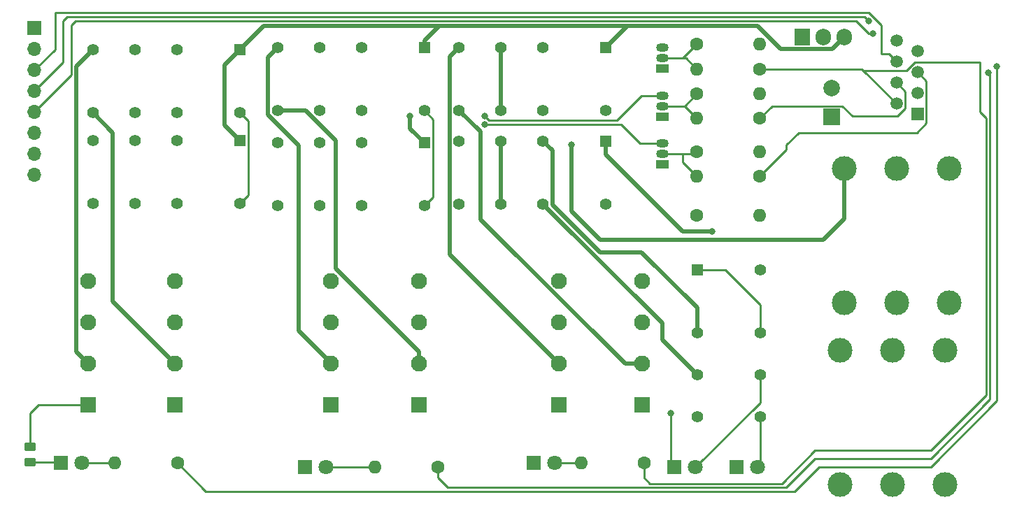
<source format=gbr>
%TF.GenerationSoftware,KiCad,Pcbnew,7.0.9*%
%TF.CreationDate,2024-06-30T00:15:25-04:00*%
%TF.ProjectId,Loop Board 3 Jackless Input,4c6f6f70-2042-46f6-9172-642033204a61,rev?*%
%TF.SameCoordinates,Original*%
%TF.FileFunction,Copper,L1,Top*%
%TF.FilePolarity,Positive*%
%FSLAX46Y46*%
G04 Gerber Fmt 4.6, Leading zero omitted, Abs format (unit mm)*
G04 Created by KiCad (PCBNEW 7.0.9) date 2024-06-30 00:15:25*
%MOMM*%
%LPD*%
G01*
G04 APERTURE LIST*
G04 Aperture macros list*
%AMRoundRect*
0 Rectangle with rounded corners*
0 $1 Rounding radius*
0 $2 $3 $4 $5 $6 $7 $8 $9 X,Y pos of 4 corners*
0 Add a 4 corners polygon primitive as box body*
4,1,4,$2,$3,$4,$5,$6,$7,$8,$9,$2,$3,0*
0 Add four circle primitives for the rounded corners*
1,1,$1+$1,$2,$3*
1,1,$1+$1,$4,$5*
1,1,$1+$1,$6,$7*
1,1,$1+$1,$8,$9*
0 Add four rect primitives between the rounded corners*
20,1,$1+$1,$2,$3,$4,$5,0*
20,1,$1+$1,$4,$5,$6,$7,0*
20,1,$1+$1,$6,$7,$8,$9,0*
20,1,$1+$1,$8,$9,$2,$3,0*%
G04 Aperture macros list end*
%TA.AperFunction,ComponentPad*%
%ADD10R,1.400000X1.400000*%
%TD*%
%TA.AperFunction,ComponentPad*%
%ADD11C,1.400000*%
%TD*%
%TA.AperFunction,ComponentPad*%
%ADD12R,1.700000X1.700000*%
%TD*%
%TA.AperFunction,ComponentPad*%
%ADD13O,1.700000X1.700000*%
%TD*%
%TA.AperFunction,ComponentPad*%
%ADD14R,1.500000X1.050000*%
%TD*%
%TA.AperFunction,ComponentPad*%
%ADD15O,1.500000X1.050000*%
%TD*%
%TA.AperFunction,ComponentPad*%
%ADD16R,1.950000X1.950000*%
%TD*%
%TA.AperFunction,ComponentPad*%
%ADD17C,1.950000*%
%TD*%
%TA.AperFunction,ComponentPad*%
%ADD18R,1.500000X1.500000*%
%TD*%
%TA.AperFunction,ComponentPad*%
%ADD19C,1.500000*%
%TD*%
%TA.AperFunction,ComponentPad*%
%ADD20R,1.800000X1.800000*%
%TD*%
%TA.AperFunction,ComponentPad*%
%ADD21C,1.800000*%
%TD*%
%TA.AperFunction,ComponentPad*%
%ADD22C,1.600000*%
%TD*%
%TA.AperFunction,ComponentPad*%
%ADD23O,1.600000X1.600000*%
%TD*%
%TA.AperFunction,ComponentPad*%
%ADD24C,3.000000*%
%TD*%
%TA.AperFunction,ComponentPad*%
%ADD25R,1.905000X2.000000*%
%TD*%
%TA.AperFunction,ComponentPad*%
%ADD26O,1.905000X2.000000*%
%TD*%
%TA.AperFunction,SMDPad,CuDef*%
%ADD27RoundRect,0.250000X0.450000X-0.262500X0.450000X0.262500X-0.450000X0.262500X-0.450000X-0.262500X0*%
%TD*%
%TA.AperFunction,ComponentPad*%
%ADD28R,2.000000X2.000000*%
%TD*%
%TA.AperFunction,ComponentPad*%
%ADD29C,2.000000*%
%TD*%
%TA.AperFunction,ViaPad*%
%ADD30C,0.800000*%
%TD*%
%TA.AperFunction,Conductor*%
%ADD31C,0.500000*%
%TD*%
%TA.AperFunction,Conductor*%
%ADD32C,0.250000*%
%TD*%
G04 APERTURE END LIST*
D10*
%TO.P,Right3,1*%
%TO.N,/5V*%
X148380000Y-42975000D03*
D11*
%TO.P,Right3,4*%
%TO.N,/R_out*%
X140760000Y-42975000D03*
%TO.P,Right3,6*%
%TO.N,Net-(Right3-Pad11)*%
X135680000Y-42975000D03*
%TO.P,Right3,8*%
%TO.N,/R_Return3*%
X130600000Y-42975000D03*
%TO.P,Right3,9*%
%TO.N,/R_send3*%
X130600000Y-50595000D03*
%TO.P,Right3,11*%
%TO.N,Net-(Right3-Pad11)*%
X135680000Y-50595000D03*
%TO.P,Right3,13*%
%TO.N,Net-(Right2-Pad4)*%
X140760000Y-50595000D03*
%TO.P,Right3,16*%
%TO.N,Net-(QL3-D)*%
X148380000Y-50595000D03*
%TD*%
D12*
%TO.P,J2,1,Pin_1*%
%TO.N,/9V*%
X123500000Y-40340000D03*
D13*
%TO.P,J2,2,Pin_2*%
%TO.N,/Ctrl_GND*%
X123500000Y-42880000D03*
%TO.P,J2,3,Pin_3*%
%TO.N,/Control4*%
X123500000Y-45420000D03*
%TO.P,J2,4,Pin_4*%
%TO.N,/Control5*%
X123500000Y-47960000D03*
%TO.P,J2,5,Pin_5*%
%TO.N,/Control6*%
X123500000Y-50500000D03*
%TO.P,J2,6,Pin_6*%
%TO.N,/R_out*%
X123500000Y-53040000D03*
%TO.P,J2,7,Pin_7*%
%TO.N,/L_out*%
X123500000Y-55580000D03*
%TO.P,J2,8,Pin_8*%
%TO.N,/Signal_Gnd*%
X123500000Y-58120000D03*
%TD*%
D14*
%TO.P,QL3,1,S*%
%TO.N,/Ctrl_GND*%
X199500000Y-56835000D03*
D15*
%TO.P,QL3,2,G*%
%TO.N,Net-(QL3-G)*%
X199500000Y-55565000D03*
%TO.P,QL3,3,D*%
%TO.N,Net-(QL3-D)*%
X199500000Y-54295000D03*
%TD*%
D16*
%TO.P,Return2,1,Pin_1*%
%TO.N,/Signal_Gnd*%
X159400000Y-86000000D03*
D17*
%TO.P,Return2,2,Pin_2*%
%TO.N,/R_Return2*%
X159400000Y-81000000D03*
%TO.P,Return2,3,Pin_3*%
%TO.N,/Signal_Gnd*%
X159400000Y-76000000D03*
%TO.P,Return2,4,Pin_4*%
%TO.N,/L_Return2*%
X159400000Y-71000000D03*
%TD*%
D18*
%TO.P,J1,1*%
%TO.N,/9V*%
X230400000Y-50782500D03*
D19*
%TO.P,J1,2*%
%TO.N,/Control1*%
X227860000Y-49512500D03*
%TO.P,J1,3*%
%TO.N,/Ctrl_GND*%
X230400000Y-48242500D03*
%TO.P,J1,4*%
%TO.N,/Control2*%
X227860000Y-46972500D03*
%TO.P,J1,5*%
%TO.N,/Control3*%
X230400000Y-45702500D03*
%TO.P,J1,6*%
%TO.N,/Control4*%
X227860000Y-44432500D03*
%TO.P,J1,7*%
%TO.N,/Control5*%
X230400000Y-43162500D03*
%TO.P,J1,8*%
%TO.N,/Control6*%
X227860000Y-41892500D03*
%TD*%
D20*
%TO.P,D2,1,K*%
%TO.N,/Ctrl_GND*%
X156225000Y-93500000D03*
D21*
%TO.P,D2,2,A*%
%TO.N,Net-(D2-A)*%
X158765000Y-93500000D03*
%TD*%
D22*
%TO.P,LeftPD2,1*%
%TO.N,Net-(QL2-G)*%
X203690000Y-48295000D03*
D23*
%TO.P,LeftPD2,2*%
%TO.N,/Ctrl_GND*%
X211310000Y-48295000D03*
%TD*%
D16*
%TO.P,Send3,1,Pin_1*%
%TO.N,/Signal_Gnd*%
X140537500Y-86000000D03*
D17*
%TO.P,Send3,2,Pin_2*%
%TO.N,/R_send3*%
X140537500Y-81000000D03*
%TO.P,Send3,3,Pin_3*%
%TO.N,/Signal_Gnd*%
X140537500Y-76000000D03*
%TO.P,Send3,4,Pin_4*%
%TO.N,/L_Send3*%
X140537500Y-71000000D03*
%TD*%
D24*
%TO.P,R1,R*%
%TO.N,unconnected-(R1-PadR)*%
X227915000Y-57385000D03*
%TO.P,R1,RN*%
%TO.N,unconnected-(R1-PadRN)*%
X227915000Y-73615000D03*
%TO.P,R1,S*%
%TO.N,/Signal_Gnd*%
X234265000Y-57385000D03*
%TO.P,R1,SN*%
%TO.N,unconnected-(R1-PadSN)*%
X234265000Y-73615000D03*
%TO.P,R1,T*%
%TO.N,/R_in*%
X221565000Y-57385000D03*
%TO.P,R1,TN*%
%TO.N,Net-(L/Mono1-PadR)*%
X221565000Y-73615000D03*
%TD*%
D10*
%TO.P,Left/Mono3,1*%
%TO.N,/5V*%
X148380000Y-53975000D03*
D11*
%TO.P,Left/Mono3,4*%
%TO.N,/L_out*%
X140760000Y-53975000D03*
%TO.P,Left/Mono3,6*%
%TO.N,Net-(Left/Mono3-Pad11)*%
X135680000Y-53975000D03*
%TO.P,Left/Mono3,8*%
%TO.N,/L_Return3*%
X130600000Y-53975000D03*
%TO.P,Left/Mono3,9*%
%TO.N,/L_Send3*%
X130600000Y-61595000D03*
%TO.P,Left/Mono3,11*%
%TO.N,Net-(Left/Mono3-Pad11)*%
X135680000Y-61595000D03*
%TO.P,Left/Mono3,13*%
%TO.N,Net-(Left/Mono2-Pad4)*%
X140760000Y-61595000D03*
%TO.P,Left/Mono3,16*%
%TO.N,Net-(QL3-D)*%
X148380000Y-61595000D03*
%TD*%
D25*
%TO.P,U1,1,IN*%
%TO.N,/9V*%
X216460000Y-41445000D03*
D26*
%TO.P,U1,2,GND*%
%TO.N,/Ctrl_GND*%
X219000000Y-41445000D03*
%TO.P,U1,3,OUT*%
%TO.N,/5V*%
X221540000Y-41445000D03*
%TD*%
D22*
%TO.P,LeftPD3,1*%
%TO.N,Net-(QL3-G)*%
X203690000Y-55295000D03*
D23*
%TO.P,LeftPD3,2*%
%TO.N,/Ctrl_GND*%
X211310000Y-55295000D03*
%TD*%
D22*
%TO.P,RLed1,1*%
%TO.N,/Control1*%
X197310000Y-93000000D03*
D23*
%TO.P,RLed1,2*%
%TO.N,Net-(D1-A)*%
X189690000Y-93000000D03*
%TD*%
D20*
%TO.P,D4,1,K*%
%TO.N,Net-(D4-K)*%
X201000000Y-93500000D03*
D21*
%TO.P,D4,2,A*%
%TO.N,Net-(D4-A)*%
X203540000Y-93500000D03*
%TD*%
D14*
%TO.P,QL2,1,S*%
%TO.N,/Ctrl_GND*%
X199500000Y-51045000D03*
D15*
%TO.P,QL2,2,G*%
%TO.N,Net-(QL2-G)*%
X199500000Y-49775000D03*
%TO.P,QL2,3,D*%
%TO.N,Net-(QL2-D)*%
X199500000Y-48505000D03*
%TD*%
D22*
%TO.P,LGate3,1*%
%TO.N,/Control3*%
X211310000Y-58295000D03*
D23*
%TO.P,LGate3,2*%
%TO.N,Net-(QL3-G)*%
X203690000Y-58295000D03*
%TD*%
D16*
%TO.P,Send2,1,Pin_1*%
%TO.N,/Signal_Gnd*%
X170037500Y-86000000D03*
D17*
%TO.P,Send2,2,Pin_2*%
%TO.N,/R_send2*%
X170037500Y-81000000D03*
%TO.P,Send2,3,Pin_3*%
%TO.N,/Signal_Gnd*%
X170037500Y-76000000D03*
%TO.P,Send2,4,Pin_4*%
%TO.N,/L_Send2*%
X170037500Y-71000000D03*
%TD*%
D10*
%TO.P,Left/Mono1,1*%
%TO.N,/5V*%
X192700000Y-54032500D03*
D11*
%TO.P,Left/Mono1,4*%
%TO.N,Net-(InputRelay1-Pad4)*%
X185080000Y-54032500D03*
%TO.P,Left/Mono1,6*%
%TO.N,Net-(Left/Mono1-Pad11)*%
X180000000Y-54032500D03*
%TO.P,Left/Mono1,8*%
%TO.N,/L_Return1*%
X174920000Y-54032500D03*
%TO.P,Left/Mono1,9*%
%TO.N,/L_Send1*%
X174920000Y-61652500D03*
%TO.P,Left/Mono1,11*%
%TO.N,Net-(Left/Mono1-Pad11)*%
X180000000Y-61652500D03*
%TO.P,Left/Mono1,13*%
%TO.N,/L_in*%
X185080000Y-61652500D03*
%TO.P,Left/Mono1,16*%
%TO.N,Net-(QL1-D)*%
X192700000Y-61652500D03*
%TD*%
D14*
%TO.P,QL1,1,S*%
%TO.N,/Ctrl_GND*%
X199500000Y-45255000D03*
D15*
%TO.P,QL1,2,G*%
%TO.N,Net-(QL1-G)*%
X199500000Y-43985000D03*
%TO.P,QL1,3,D*%
%TO.N,Net-(QL1-D)*%
X199500000Y-42715000D03*
%TD*%
D24*
%TO.P,L/Mono1,R*%
%TO.N,Net-(L/Mono1-PadR)*%
X227415000Y-79385000D03*
%TO.P,L/Mono1,RN*%
%TO.N,Net-(L/Mono1-PadRN)*%
X227415000Y-95615000D03*
%TO.P,L/Mono1,S*%
%TO.N,/Signal_Gnd*%
X233765000Y-79385000D03*
%TO.P,L/Mono1,SN*%
%TO.N,Net-(L/Mono1-PadRN)*%
X233765000Y-95615000D03*
%TO.P,L/Mono1,T*%
%TO.N,/L_in*%
X221065000Y-79385000D03*
%TO.P,L/Mono1,TN*%
%TO.N,Net-(L/Mono1-PadRN)*%
X221065000Y-95615000D03*
%TD*%
D10*
%TO.P,Right1,1*%
%TO.N,/5V*%
X192700000Y-42675000D03*
D11*
%TO.P,Right1,4*%
%TO.N,Net-(Right1-Pad4)*%
X185080000Y-42675000D03*
%TO.P,Right1,6*%
%TO.N,Net-(Right1-Pad11)*%
X180000000Y-42675000D03*
%TO.P,Right1,8*%
%TO.N,/R_Return1*%
X174920000Y-42675000D03*
%TO.P,Right1,9*%
%TO.N,/R_send1*%
X174920000Y-50295000D03*
%TO.P,Right1,11*%
%TO.N,Net-(Right1-Pad11)*%
X180000000Y-50295000D03*
%TO.P,Right1,13*%
%TO.N,/R_in*%
X185080000Y-50295000D03*
%TO.P,Right1,16*%
%TO.N,Net-(QL1-D)*%
X192700000Y-50295000D03*
%TD*%
D27*
%TO.P,G_link1,1*%
%TO.N,/Ctrl_GND*%
X123000000Y-92912500D03*
%TO.P,G_link1,2*%
%TO.N,/Signal_Gnd*%
X123000000Y-91087500D03*
%TD*%
D16*
%TO.P,Return3,1,Pin_1*%
%TO.N,/Signal_Gnd*%
X130037500Y-86000000D03*
D17*
%TO.P,Return3,2,Pin_2*%
%TO.N,/R_Return3*%
X130037500Y-81000000D03*
%TO.P,Return3,3,Pin_3*%
%TO.N,/Signal_Gnd*%
X130037500Y-76000000D03*
%TO.P,Return3,4,Pin_4*%
%TO.N,/L_Return3*%
X130037500Y-71000000D03*
%TD*%
D10*
%TO.P,InputRelay1,1*%
%TO.N,/5V*%
X203737500Y-69642500D03*
D11*
%TO.P,InputRelay1,4*%
%TO.N,Net-(InputRelay1-Pad4)*%
X203737500Y-77262500D03*
%TO.P,InputRelay1,6*%
%TO.N,/L_in*%
X203737500Y-82342500D03*
%TO.P,InputRelay1,8*%
%TO.N,/R_in*%
X203737500Y-87422500D03*
%TO.P,InputRelay1,9*%
%TO.N,Net-(D5-A)*%
X211357500Y-87422500D03*
%TO.P,InputRelay1,11*%
%TO.N,Net-(D4-A)*%
X211357500Y-82342500D03*
%TO.P,InputRelay1,13*%
%TO.N,/5V*%
X211357500Y-77262500D03*
%TO.P,InputRelay1,16*%
%TO.N,Net-(QL1-D)*%
X211357500Y-69642500D03*
%TD*%
D22*
%TO.P,LGate2,1*%
%TO.N,/Control2*%
X211310000Y-51295000D03*
D23*
%TO.P,LGate2,2*%
%TO.N,Net-(QL2-G)*%
X203690000Y-51295000D03*
%TD*%
D22*
%TO.P,LGate1,1*%
%TO.N,/Control1*%
X211310000Y-45295000D03*
D23*
%TO.P,LGate1,2*%
%TO.N,Net-(QL1-G)*%
X203690000Y-45295000D03*
%TD*%
D20*
%TO.P,D3,1,K*%
%TO.N,/Ctrl_GND*%
X126725000Y-93000000D03*
D21*
%TO.P,D3,2,A*%
%TO.N,Net-(D3-A)*%
X129265000Y-93000000D03*
%TD*%
D16*
%TO.P,Return1,1,Pin_1*%
%TO.N,/Signal_Gnd*%
X187037500Y-86000000D03*
D17*
%TO.P,Return1,2,Pin_2*%
%TO.N,/R_Return1*%
X187037500Y-81000000D03*
%TO.P,Return1,3,Pin_3*%
%TO.N,/Signal_Gnd*%
X187037500Y-76000000D03*
%TO.P,Return1,4,Pin_4*%
%TO.N,/L_Return1*%
X187037500Y-71000000D03*
%TD*%
D16*
%TO.P,Send1,1,Pin_1*%
%TO.N,/Signal_Gnd*%
X197037500Y-86000000D03*
D17*
%TO.P,Send1,2,Pin_2*%
%TO.N,/R_send1*%
X197037500Y-81000000D03*
%TO.P,Send1,3,Pin_3*%
%TO.N,/Signal_Gnd*%
X197037500Y-76000000D03*
%TO.P,Send1,4,Pin_4*%
%TO.N,/L_Send1*%
X197037500Y-71000000D03*
%TD*%
D20*
%TO.P,D1,1,K*%
%TO.N,/Ctrl_GND*%
X183960000Y-93000000D03*
D21*
%TO.P,D1,2,A*%
%TO.N,Net-(D1-A)*%
X186500000Y-93000000D03*
%TD*%
D28*
%TO.P,C1,1*%
%TO.N,/9V*%
X220000000Y-51117677D03*
D29*
%TO.P,C1,2*%
%TO.N,/Ctrl_GND*%
X220000000Y-47617677D03*
%TD*%
D22*
%TO.P,LeftPD1,1*%
%TO.N,Net-(QL1-G)*%
X203690000Y-42295000D03*
D23*
%TO.P,LeftPD1,2*%
%TO.N,/Ctrl_GND*%
X211310000Y-42295000D03*
%TD*%
D10*
%TO.P,Left/Mono2,1*%
%TO.N,/5V*%
X170737500Y-54237500D03*
D11*
%TO.P,Left/Mono2,4*%
%TO.N,Net-(Left/Mono2-Pad4)*%
X163117500Y-54237500D03*
%TO.P,Left/Mono2,6*%
%TO.N,Net-(Left/Mono2-Pad11)*%
X158037500Y-54237500D03*
%TO.P,Left/Mono2,8*%
%TO.N,/L_Return2*%
X152957500Y-54237500D03*
%TO.P,Left/Mono2,9*%
%TO.N,/L_Send2*%
X152957500Y-61857500D03*
%TO.P,Left/Mono2,11*%
%TO.N,Net-(Left/Mono2-Pad11)*%
X158037500Y-61857500D03*
%TO.P,Left/Mono2,13*%
%TO.N,Net-(InputRelay1-Pad4)*%
X163117500Y-61857500D03*
%TO.P,Left/Mono2,16*%
%TO.N,Net-(QL2-D)*%
X170737500Y-61857500D03*
%TD*%
D20*
%TO.P,D5,1,K*%
%TO.N,Net-(D4-K)*%
X208500000Y-93500000D03*
D21*
%TO.P,D5,2,A*%
%TO.N,Net-(D5-A)*%
X211040000Y-93500000D03*
%TD*%
D10*
%TO.P,Right2,1*%
%TO.N,/5V*%
X170737500Y-42737500D03*
D11*
%TO.P,Right2,4*%
%TO.N,Net-(Right2-Pad4)*%
X163117500Y-42737500D03*
%TO.P,Right2,6*%
%TO.N,Net-(Right2-Pad11)*%
X158037500Y-42737500D03*
%TO.P,Right2,8*%
%TO.N,/R_Return2*%
X152957500Y-42737500D03*
%TO.P,Right2,9*%
%TO.N,/R_send2*%
X152957500Y-50357500D03*
%TO.P,Right2,11*%
%TO.N,Net-(Right2-Pad11)*%
X158037500Y-50357500D03*
%TO.P,Right2,13*%
%TO.N,Net-(Right1-Pad4)*%
X163117500Y-50357500D03*
%TO.P,Right2,16*%
%TO.N,Net-(QL2-D)*%
X170737500Y-50357500D03*
%TD*%
D22*
%TO.P,RLed3,1*%
%TO.N,/Control3*%
X140810000Y-93000000D03*
D23*
%TO.P,RLed3,2*%
%TO.N,Net-(D3-A)*%
X133190000Y-93000000D03*
%TD*%
D22*
%TO.P,RLed4,1*%
%TO.N,Net-(D4-K)*%
X203690000Y-63000000D03*
D23*
%TO.P,RLed4,2*%
%TO.N,/Ctrl_GND*%
X211310000Y-63000000D03*
%TD*%
D22*
%TO.P,RLed2,1*%
%TO.N,/Control2*%
X172310000Y-93500000D03*
D23*
%TO.P,RLed2,2*%
%TO.N,Net-(D2-A)*%
X164690000Y-93500000D03*
%TD*%
D30*
%TO.N,/R_in*%
X188500000Y-54500000D03*
%TO.N,Net-(D4-K)*%
X200500000Y-87000000D03*
%TO.N,/5V*%
X169000000Y-51000000D03*
X205500000Y-65000000D03*
%TO.N,/Control2*%
X239000000Y-45724500D03*
%TO.N,/Control3*%
X240000000Y-45000000D03*
%TO.N,/Control5*%
X224487701Y-39512299D03*
%TO.N,/Control6*%
X225000000Y-41000000D03*
%TO.N,Net-(QL2-D)*%
X178000000Y-51000000D03*
%TO.N,Net-(QL3-D)*%
X177987701Y-52012299D03*
%TD*%
D31*
%TO.N,/R_Return2*%
X151807500Y-50833846D02*
X151807500Y-43887500D01*
X151807500Y-43887500D02*
X152957500Y-42737500D01*
X155500000Y-77000000D02*
X155500000Y-54526346D01*
X159500000Y-81000000D02*
X155500000Y-77000000D01*
X155500000Y-54526346D02*
X151807500Y-50833846D01*
D32*
%TO.N,Net-(D2-A)*%
X164690000Y-93500000D02*
X158765000Y-93500000D01*
%TO.N,/Ctrl_GND*%
X126637500Y-92912500D02*
X126725000Y-93000000D01*
X123000000Y-92912500D02*
X126637500Y-92912500D01*
%TO.N,Net-(D1-A)*%
X189690000Y-93000000D02*
X186500000Y-93000000D01*
D31*
%TO.N,/R_in*%
X191500000Y-65500000D02*
X188500000Y-62500000D01*
X192000000Y-66000000D02*
X191500000Y-65500000D01*
X214000000Y-66000000D02*
X192000000Y-66000000D01*
X221565000Y-57385000D02*
X221565000Y-63435000D01*
X188500000Y-62500000D02*
X188500000Y-54500000D01*
X219000000Y-66000000D02*
X214000000Y-66000000D01*
X221565000Y-63435000D02*
X220500000Y-64500000D01*
X220500000Y-64500000D02*
X219000000Y-66000000D01*
%TO.N,/L_in*%
X199500000Y-76072500D02*
X199500000Y-78105000D01*
X199500000Y-78105000D02*
X203737500Y-82342500D01*
X185080000Y-61652500D02*
X199500000Y-76072500D01*
D32*
%TO.N,/Signal_Gnd*%
X124000000Y-86000000D02*
X130037500Y-86000000D01*
X123000000Y-87000000D02*
X124000000Y-86000000D01*
X123000000Y-91087500D02*
X123000000Y-87000000D01*
%TO.N,Net-(D3-A)*%
X133190000Y-93000000D02*
X129265000Y-93000000D01*
%TO.N,Net-(D4-K)*%
X200500000Y-87000000D02*
X200500000Y-93000000D01*
X200500000Y-93000000D02*
X201000000Y-93500000D01*
D31*
%TO.N,/5V*%
X213820000Y-42895000D02*
X211000000Y-40075000D01*
X169000000Y-52500000D02*
X170737500Y-54237500D01*
X194937500Y-40437500D02*
X194000000Y-41375000D01*
X146500000Y-52095000D02*
X148380000Y-53975000D01*
X149927500Y-41427500D02*
X148380000Y-42975000D01*
X148380000Y-42975000D02*
X146500000Y-44855000D01*
X151280000Y-40075000D02*
X149927500Y-41427500D01*
X192700000Y-54032500D02*
X192700000Y-55700000D01*
X192700000Y-55700000D02*
X202000000Y-65000000D01*
X195300000Y-40075000D02*
X172500000Y-40075000D01*
D32*
X207142500Y-69642500D02*
X211357500Y-73857500D01*
D31*
X172500000Y-40075000D02*
X170737500Y-41837500D01*
X211000000Y-40075000D02*
X195300000Y-40075000D01*
X220090000Y-42895000D02*
X213820000Y-42895000D01*
X195300000Y-40075000D02*
X194937500Y-40437500D01*
X202000000Y-65000000D02*
X205500000Y-65000000D01*
X172500000Y-40075000D02*
X151280000Y-40075000D01*
X146500000Y-44855000D02*
X146500000Y-52095000D01*
X194937500Y-40437500D02*
X192700000Y-42675000D01*
X169000000Y-51000000D02*
X169000000Y-52500000D01*
X170737500Y-41837500D02*
X170737500Y-42737500D01*
D32*
X203737500Y-69642500D02*
X207142500Y-69642500D01*
D31*
X221540000Y-41445000D02*
X220090000Y-42895000D01*
D32*
X211357500Y-73857500D02*
X211357500Y-77262500D01*
%TO.N,Net-(D4-A)*%
X211357500Y-85682500D02*
X211357500Y-82342500D01*
X203540000Y-93500000D02*
X211357500Y-85682500D01*
%TO.N,Net-(D5-A)*%
X211357500Y-87422500D02*
X211357500Y-93182500D01*
X211357500Y-93182500D02*
X211040000Y-93500000D01*
D31*
%TO.N,Net-(Left/Mono1-Pad11)*%
X180000000Y-61652500D02*
X180000000Y-54032500D01*
%TO.N,Net-(Right1-Pad11)*%
X180000000Y-50295000D02*
X180000000Y-42675000D01*
D32*
%TO.N,Net-(QL1-G)*%
X202000000Y-43985000D02*
X202380000Y-43985000D01*
X202000000Y-43985000D02*
X203690000Y-42295000D01*
X202380000Y-43985000D02*
X203690000Y-45295000D01*
X199500000Y-43985000D02*
X202000000Y-43985000D01*
D31*
%TO.N,Net-(InputRelay1-Pad4)*%
X186230000Y-61730000D02*
X192000000Y-67500000D01*
X185080000Y-54032500D02*
X186230000Y-55182500D01*
X197000000Y-67500000D02*
X203737500Y-74237500D01*
X192000000Y-67500000D02*
X197000000Y-67500000D01*
X186230000Y-55182500D02*
X186230000Y-61730000D01*
X203737500Y-74237500D02*
X203737500Y-77262500D01*
D32*
%TO.N,/Control1*%
X223642500Y-45295000D02*
X223855000Y-45507500D01*
X218000000Y-91500000D02*
X214000000Y-95500000D01*
X230082220Y-44500000D02*
X238000000Y-44500000D01*
X238725000Y-84775000D02*
X232000000Y-91500000D01*
X238000000Y-44500000D02*
X238000000Y-50509428D01*
X229074720Y-45507500D02*
X230082220Y-44500000D01*
X214000000Y-95500000D02*
X198000000Y-95500000D01*
X223855000Y-45507500D02*
X229074720Y-45507500D01*
X197310000Y-94810000D02*
X197310000Y-93500000D01*
X238725000Y-51234428D02*
X238725000Y-84775000D01*
X238000000Y-50509428D02*
X238725000Y-51234428D01*
X223642500Y-45295000D02*
X211310000Y-45295000D01*
X198000000Y-95500000D02*
X197310000Y-94810000D01*
X227860000Y-49512500D02*
X223642500Y-45295000D01*
X232000000Y-91500000D02*
X218000000Y-91500000D01*
%TO.N,/Control2*%
X172310000Y-94810000D02*
X173500000Y-96000000D01*
X228000000Y-51000000D02*
X222532323Y-51000000D01*
X232000000Y-92500000D02*
X239175000Y-85325000D01*
X212812323Y-49792677D02*
X211310000Y-51295000D01*
X214500000Y-96000000D02*
X218000000Y-92500000D01*
X218000000Y-92500000D02*
X232000000Y-92500000D01*
X221325000Y-49792677D02*
X212812323Y-49792677D01*
X227860000Y-46972500D02*
X228935000Y-48047500D01*
X173500000Y-96000000D02*
X214500000Y-96000000D01*
X228935000Y-50065000D02*
X228000000Y-51000000D01*
X228935000Y-48047500D02*
X228935000Y-50065000D01*
X239175000Y-85325000D02*
X239175000Y-45899500D01*
X222532323Y-51000000D02*
X221325000Y-49792677D01*
X239175000Y-45899500D02*
X239000000Y-45724500D01*
X172310000Y-93500000D02*
X172310000Y-94810000D01*
%TO.N,/Control3*%
X216000000Y-53000000D02*
X214500000Y-54500000D01*
X215550000Y-96450000D02*
X144260000Y-96450000D01*
X230332500Y-53000000D02*
X216000000Y-53000000D01*
X230400000Y-45702500D02*
X231475000Y-46777500D01*
X214500000Y-54500000D02*
X214500000Y-55105000D01*
X232000000Y-93500000D02*
X218500000Y-93500000D01*
X231475000Y-51857500D02*
X230332500Y-53000000D01*
X218500000Y-93500000D02*
X215550000Y-96450000D01*
X144260000Y-96450000D02*
X140810000Y-93000000D01*
X240000000Y-85500000D02*
X232000000Y-93500000D01*
X231475000Y-46777500D02*
X231475000Y-51857500D01*
X214500000Y-55105000D02*
X211310000Y-58295000D01*
X240000000Y-45000000D02*
X240000000Y-85500000D01*
%TO.N,/Control4*%
X226927500Y-43500000D02*
X227860000Y-44432500D01*
X126000000Y-38500000D02*
X224500000Y-38500000D01*
X126000000Y-42920000D02*
X126000000Y-38500000D01*
X226000000Y-40000000D02*
X226000000Y-43500000D01*
X226000000Y-43500000D02*
X226927500Y-43500000D01*
X224500000Y-38500000D02*
X226000000Y-40000000D01*
X123500000Y-45420000D02*
X126000000Y-42920000D01*
%TO.N,/Control5*%
X127000000Y-39500000D02*
X127500000Y-39000000D01*
X127500000Y-39000000D02*
X223975402Y-39000000D01*
X223975402Y-39000000D02*
X224487701Y-39512299D01*
X123500000Y-47960000D02*
X127000000Y-44460000D01*
X127000000Y-44460000D02*
X127000000Y-39500000D01*
%TO.N,/Control6*%
X224000000Y-40500000D02*
X224500000Y-41000000D01*
X128000000Y-40000000D02*
X128500000Y-39500000D01*
X223000000Y-39500000D02*
X224000000Y-40500000D01*
X123500000Y-50500000D02*
X128000000Y-46000000D01*
X128500000Y-39500000D02*
X223000000Y-39500000D01*
X224500000Y-41000000D02*
X225000000Y-41000000D01*
X128000000Y-46000000D02*
X128000000Y-42000000D01*
X128000000Y-42000000D02*
X128000000Y-40000000D01*
D31*
%TO.N,/R_Return1*%
X187037500Y-81000000D02*
X173770000Y-67732500D01*
X173770000Y-43825000D02*
X174920000Y-42675000D01*
X173770000Y-67732500D02*
X173770000Y-43825000D01*
%TO.N,/R_send1*%
X177500000Y-63500000D02*
X177500000Y-52875000D01*
X177500000Y-52875000D02*
X174920000Y-50295000D01*
X195000000Y-81000000D02*
X177500000Y-63500000D01*
X197037500Y-81000000D02*
X195000000Y-81000000D01*
%TO.N,/R_Return3*%
X128612500Y-44962500D02*
X130600000Y-42975000D01*
X130037500Y-81000000D02*
X128612500Y-79575000D01*
X128612500Y-79575000D02*
X128612500Y-44962500D01*
%TO.N,/R_send2*%
X160000000Y-69484745D02*
X160000000Y-54000000D01*
X170037500Y-79522245D02*
X160000000Y-69484745D01*
X170037500Y-81000000D02*
X170037500Y-79522245D01*
X156357500Y-50357500D02*
X152957500Y-50357500D01*
X160000000Y-54000000D02*
X156357500Y-50357500D01*
%TO.N,/R_send3*%
X140537500Y-81000000D02*
X133000000Y-73462500D01*
X133000000Y-52995000D02*
X130600000Y-50595000D01*
X133000000Y-73462500D02*
X133000000Y-52995000D01*
D32*
%TO.N,Net-(QL2-D)*%
X194000000Y-51500000D02*
X178500000Y-51500000D01*
X171762500Y-60832500D02*
X170737500Y-61857500D01*
X171762500Y-51382500D02*
X171762500Y-60832500D01*
X178500000Y-51500000D02*
X178000000Y-51000000D01*
X170737500Y-50357500D02*
X171762500Y-51382500D01*
X199500000Y-48505000D02*
X196995000Y-48505000D01*
X196995000Y-48505000D02*
X194000000Y-51500000D01*
%TO.N,Net-(QL3-D)*%
X149405000Y-51620000D02*
X149405000Y-60570000D01*
X178000000Y-52000000D02*
X177987701Y-52012299D01*
X196795000Y-54295000D02*
X194500000Y-52000000D01*
X148380000Y-50595000D02*
X149405000Y-51620000D01*
X194500000Y-52000000D02*
X178000000Y-52000000D01*
X199500000Y-54295000D02*
X196795000Y-54295000D01*
X149405000Y-60570000D02*
X148380000Y-61595000D01*
%TO.N,Net-(QL2-G)*%
X202210000Y-49775000D02*
X203690000Y-48295000D01*
X202210000Y-49815000D02*
X203690000Y-51295000D01*
X199500000Y-49775000D02*
X202210000Y-49775000D01*
X202210000Y-49775000D02*
X202210000Y-49815000D01*
%TO.N,Net-(QL3-G)*%
X202000000Y-56605000D02*
X203690000Y-58295000D01*
X202000000Y-55565000D02*
X203420000Y-55565000D01*
X199500000Y-55565000D02*
X202000000Y-55565000D01*
X203420000Y-55565000D02*
X203690000Y-55295000D01*
X202000000Y-55565000D02*
X202000000Y-56605000D01*
%TD*%
M02*

</source>
